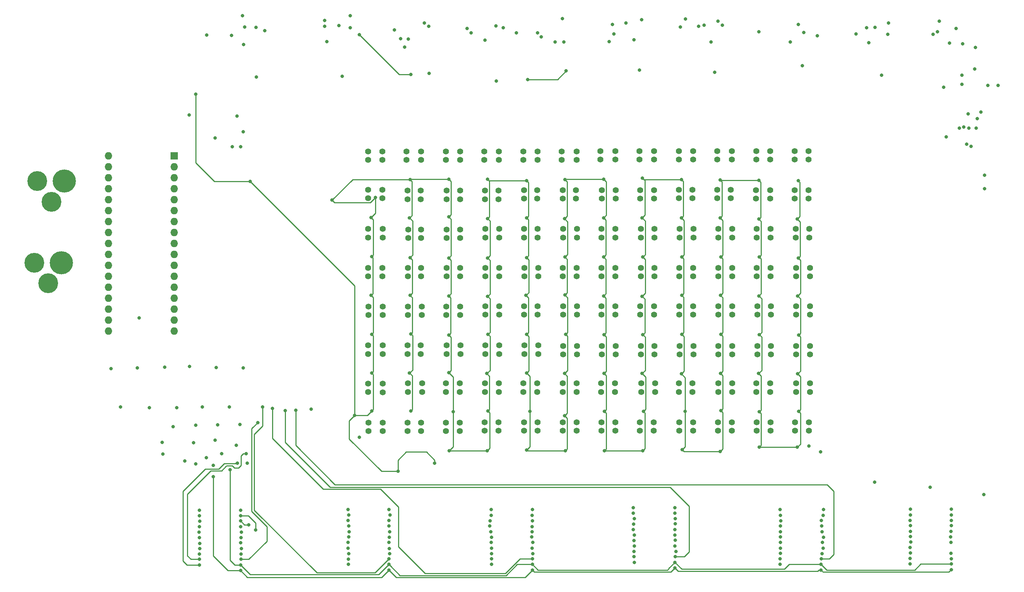
<source format=gbr>
%TF.GenerationSoftware,KiCad,Pcbnew,(5.1.6)-1*%
%TF.CreationDate,2021-11-11T13:14:54-05:00*%
%TF.ProjectId,ThermoPlate2_v1,54686572-6d6f-4506-9c61-7465325f7631,rev?*%
%TF.SameCoordinates,Original*%
%TF.FileFunction,Copper,L3,Inr*%
%TF.FilePolarity,Positive*%
%FSLAX46Y46*%
G04 Gerber Fmt 4.6, Leading zero omitted, Abs format (unit mm)*
G04 Created by KiCad (PCBNEW (5.1.6)-1) date 2021-11-11 13:14:54*
%MOMM*%
%LPD*%
G01*
G04 APERTURE LIST*
%TA.AperFunction,ViaPad*%
%ADD10C,5.360000*%
%TD*%
%TA.AperFunction,ViaPad*%
%ADD11C,4.600000*%
%TD*%
%TA.AperFunction,ViaPad*%
%ADD12C,1.400000*%
%TD*%
%TA.AperFunction,ViaPad*%
%ADD13O,1.727200X1.727200*%
%TD*%
%TA.AperFunction,ViaPad*%
%ADD14R,1.727200X1.727200*%
%TD*%
%TA.AperFunction,ViaPad*%
%ADD15C,0.800000*%
%TD*%
%TA.AperFunction,Conductor*%
%ADD16C,0.250000*%
%TD*%
G04 APERTURE END LIST*
D10*
%TO.N,+7.5V*%
%TO.C,J1*%
X38850000Y-71300000D03*
D11*
%TO.N,GND*%
X32600000Y-71300000D03*
%TO.N,Net-(J1-Pad1)*%
X35850000Y-76100000D03*
%TD*%
%TO.N,Net-(J2-Pad1)*%
%TO.C,J2*%
X35150000Y-95000000D03*
%TO.N,GND*%
X31900000Y-90200000D03*
D10*
%TO.N,+15V*%
X38150000Y-90200000D03*
%TD*%
D12*
%TO.N,+15V*%
%TO.C,RT1*%
X112605000Y-64393500D03*
%TO.N,Net-(IC3-Pad9)*%
X112605000Y-66362000D03*
%TD*%
%TO.N,+15V*%
%TO.C,RT2*%
X109305000Y-64393500D03*
%TO.N,Net-(R11-Pad1)*%
X109305000Y-66362000D03*
%TD*%
%TO.N,Net-(IC3-Pad8)*%
%TO.C,RT3*%
X112605000Y-75262000D03*
%TO.N,+15V*%
X112605000Y-73293500D03*
%TD*%
%TO.N,+15V*%
%TO.C,RT4*%
X109305000Y-73293500D03*
%TO.N,Net-(R12-Pad1)*%
X109305000Y-75262000D03*
%TD*%
%TO.N,Net-(IC3-Pad7)*%
%TO.C,RT5*%
X112705000Y-84362000D03*
%TO.N,+15V*%
X112705000Y-82393500D03*
%TD*%
%TO.N,+15V*%
%TO.C,RT6*%
X109305000Y-82393500D03*
%TO.N,Net-(R13-Pad1)*%
X109305000Y-84362000D03*
%TD*%
%TO.N,Net-(IC3-Pad6)*%
%TO.C,RT7*%
X112605000Y-93362000D03*
%TO.N,+15V*%
X112605000Y-91393500D03*
%TD*%
%TO.N,+15V*%
%TO.C,RT8*%
X109305000Y-91393500D03*
%TO.N,Net-(R14-Pad1)*%
X109305000Y-93362000D03*
%TD*%
%TO.N,Net-(IC3-Pad5)*%
%TO.C,RT9*%
X112705000Y-102362000D03*
%TO.N,+15V*%
X112705000Y-100393500D03*
%TD*%
%TO.N,Net-(R15-Pad1)*%
%TO.C,RT10*%
X109405000Y-102362000D03*
%TO.N,+15V*%
X109405000Y-100393500D03*
%TD*%
%TO.N,Net-(IC3-Pad4)*%
%TO.C,RT11*%
X112700000Y-111362000D03*
%TO.N,+15V*%
X112700000Y-109393500D03*
%TD*%
%TO.N,+15V*%
%TO.C,RT12*%
X109305000Y-109393500D03*
%TO.N,Net-(R16-Pad1)*%
X109305000Y-111362000D03*
%TD*%
%TO.N,+15V*%
%TO.C,RT13*%
X112705000Y-118293500D03*
%TO.N,Net-(IC3-Pad3)*%
X112705000Y-120262000D03*
%TD*%
%TO.N,Net-(R17-Pad1)*%
%TO.C,RT14*%
X109305000Y-120200000D03*
%TO.N,+15V*%
X109305000Y-118231500D03*
%TD*%
%TO.N,+15V*%
%TO.C,RT15*%
X112700000Y-127331500D03*
%TO.N,Net-(IC3-Pad2)*%
X112700000Y-129300000D03*
%TD*%
%TO.N,Net-(R18-Pad1)*%
%TO.C,RT16*%
X109405000Y-129262000D03*
%TO.N,+15V*%
X109405000Y-127293500D03*
%TD*%
%TO.N,Net-(IC3-Pad23)*%
%TO.C,RT17*%
X121605000Y-66362000D03*
%TO.N,+15V*%
X121605000Y-64393500D03*
%TD*%
%TO.N,Net-(R20-Pad1)*%
%TO.C,RT18*%
X118205000Y-66362000D03*
%TO.N,+15V*%
X118205000Y-64393500D03*
%TD*%
%TO.N,+15V*%
%TO.C,RT19*%
X121505000Y-73493500D03*
%TO.N,Net-(IC3-Pad22)*%
X121505000Y-75462000D03*
%TD*%
%TO.N,Net-(R21-Pad1)*%
%TO.C,RT20*%
X118405000Y-75462000D03*
%TO.N,+15V*%
X118405000Y-73493500D03*
%TD*%
%TO.N,Net-(IC3-Pad21)*%
%TO.C,RT21*%
X121605000Y-84462000D03*
%TO.N,+15V*%
X121605000Y-82493500D03*
%TD*%
%TO.N,+15V*%
%TO.C,RT22*%
X118605000Y-82493500D03*
%TO.N,Net-(R22-Pad1)*%
X118605000Y-84462000D03*
%TD*%
%TO.N,Net-(IC3-Pad20)*%
%TO.C,RT23*%
X121605000Y-93362000D03*
%TO.N,+15V*%
X121605000Y-91393500D03*
%TD*%
%TO.N,+15V*%
%TO.C,RT24*%
X118505000Y-91393500D03*
%TO.N,Net-(R23-Pad1)*%
X118505000Y-93362000D03*
%TD*%
%TO.N,Net-(IC3-Pad19)*%
%TO.C,RT25*%
X121705000Y-102362000D03*
%TO.N,+15V*%
X121705000Y-100393500D03*
%TD*%
%TO.N,+15V*%
%TO.C,RT26*%
X118505000Y-100393500D03*
%TO.N,Net-(R24-Pad1)*%
X118505000Y-102362000D03*
%TD*%
%TO.N,+15V*%
%TO.C,RT27*%
X121505000Y-109393500D03*
%TO.N,Net-(IC3-Pad18)*%
X121505000Y-111362000D03*
%TD*%
%TO.N,Net-(R25-Pad1)*%
%TO.C,RT28*%
X118405000Y-111362000D03*
%TO.N,+15V*%
X118405000Y-109393500D03*
%TD*%
%TO.N,+15V*%
%TO.C,RT29*%
X121805000Y-118193500D03*
%TO.N,Net-(IC3-Pad17)*%
X121805000Y-120162000D03*
%TD*%
%TO.N,+15V*%
%TO.C,RT30*%
X118505000Y-118193500D03*
%TO.N,Net-(R26-Pad1)*%
X118505000Y-120162000D03*
%TD*%
%TO.N,Net-(IC3-Pad16)*%
%TO.C,RT31*%
X121605000Y-129262000D03*
%TO.N,+15V*%
X121605000Y-127293500D03*
%TD*%
%TO.N,+15V*%
%TO.C,RT32*%
X118405000Y-127293500D03*
%TO.N,Net-(R27-Pad1)*%
X118405000Y-129262000D03*
%TD*%
%TO.N,Net-(IC6-Pad9)*%
%TO.C,RT33*%
X130605000Y-66362000D03*
%TO.N,+15V*%
X130605000Y-64393500D03*
%TD*%
%TO.N,+15V*%
%TO.C,RT34*%
X127305000Y-64393500D03*
%TO.N,Net-(R28-Pad1)*%
X127305000Y-66362000D03*
%TD*%
%TO.N,Net-(IC6-Pad8)*%
%TO.C,RT35*%
X130605000Y-75462000D03*
%TO.N,+15V*%
X130605000Y-73493500D03*
%TD*%
%TO.N,Net-(R29-Pad1)*%
%TO.C,RT36*%
X127505000Y-75462000D03*
%TO.N,+15V*%
X127505000Y-73493500D03*
%TD*%
%TO.N,+15V*%
%TO.C,RT37*%
X130605000Y-82493500D03*
%TO.N,Net-(IC6-Pad7)*%
X130605000Y-84462000D03*
%TD*%
%TO.N,Net-(R30-Pad1)*%
%TO.C,RT38*%
X127505000Y-84462000D03*
%TO.N,+15V*%
X127505000Y-82493500D03*
%TD*%
%TO.N,Net-(IC6-Pad6)*%
%TO.C,RT39*%
X130605000Y-93362000D03*
%TO.N,+15V*%
X130605000Y-91393500D03*
%TD*%
%TO.N,+15V*%
%TO.C,RT40*%
X127505000Y-91393500D03*
%TO.N,Net-(R31-Pad1)*%
X127505000Y-93362000D03*
%TD*%
%TO.N,+15V*%
%TO.C,RT41*%
X130605000Y-100393500D03*
%TO.N,Net-(IC6-Pad5)*%
X130605000Y-102362000D03*
%TD*%
%TO.N,Net-(R32-Pad1)*%
%TO.C,RT42*%
X127405000Y-102362000D03*
%TO.N,+15V*%
X127405000Y-100393500D03*
%TD*%
%TO.N,Net-(IC6-Pad4)*%
%TO.C,RT43*%
X130705000Y-111362000D03*
%TO.N,+15V*%
X130705000Y-109393500D03*
%TD*%
%TO.N,Net-(R33-Pad1)*%
%TO.C,RT44*%
X127505000Y-111362000D03*
%TO.N,+15V*%
X127505000Y-109393500D03*
%TD*%
%TO.N,+15V*%
%TO.C,RT45*%
X130505000Y-118193500D03*
%TO.N,Net-(IC6-Pad3)*%
X130505000Y-120162000D03*
%TD*%
%TO.N,+15V*%
%TO.C,RT46*%
X127305000Y-118193500D03*
%TO.N,Net-(R34-Pad1)*%
X127305000Y-120162000D03*
%TD*%
%TO.N,Net-(IC6-Pad2)*%
%TO.C,RT47*%
X130505000Y-129262000D03*
%TO.N,+15V*%
X130505000Y-127293500D03*
%TD*%
%TO.N,Net-(R35-Pad1)*%
%TO.C,RT48*%
X127305000Y-129262000D03*
%TO.N,+15V*%
X127305000Y-127293500D03*
%TD*%
%TO.N,+15V*%
%TO.C,RT49*%
X139605000Y-64393500D03*
%TO.N,Net-(IC6-Pad23)*%
X139605000Y-66362000D03*
%TD*%
%TO.N,+15V*%
%TO.C,RT50*%
X136205000Y-64393500D03*
%TO.N,Net-(R36-Pad1)*%
X136205000Y-66362000D03*
%TD*%
%TO.N,Net-(IC6-Pad22)*%
%TO.C,RT51*%
X139505000Y-75462000D03*
%TO.N,+15V*%
X139505000Y-73493500D03*
%TD*%
%TO.N,+15V*%
%TO.C,RT52*%
X136405000Y-73493500D03*
%TO.N,Net-(R37-Pad1)*%
X136405000Y-75462000D03*
%TD*%
%TO.N,Net-(IC6-Pad21)*%
%TO.C,RT53*%
X139705000Y-84362000D03*
%TO.N,+15V*%
X139705000Y-82393500D03*
%TD*%
%TO.N,+15V*%
%TO.C,RT54*%
X136505000Y-82393500D03*
%TO.N,Net-(R38-Pad1)*%
X136505000Y-84362000D03*
%TD*%
%TO.N,Net-(IC6-Pad20)*%
%TO.C,RT55*%
X139705000Y-93362000D03*
%TO.N,+15V*%
X139705000Y-91393500D03*
%TD*%
%TO.N,+15V*%
%TO.C,RT56*%
X136505000Y-91393500D03*
%TO.N,Net-(R39-Pad1)*%
X136505000Y-93362000D03*
%TD*%
%TO.N,+15V*%
%TO.C,RT57*%
X139705000Y-100293500D03*
%TO.N,Net-(IC6-Pad19)*%
X139705000Y-102262000D03*
%TD*%
%TO.N,Net-(R40-Pad1)*%
%TO.C,RT58*%
X136505000Y-102262000D03*
%TO.N,+15V*%
X136505000Y-100293500D03*
%TD*%
%TO.N,+15V*%
%TO.C,RT59*%
X139705000Y-109393500D03*
%TO.N,Net-(IC6-Pad18)*%
X139705000Y-111362000D03*
%TD*%
%TO.N,+15V*%
%TO.C,RT60*%
X136505000Y-109393500D03*
%TO.N,Net-(R41-Pad1)*%
X136505000Y-111362000D03*
%TD*%
%TO.N,Net-(IC6-Pad17)*%
%TO.C,RT61*%
X139605000Y-120162000D03*
%TO.N,+15V*%
X139605000Y-118193500D03*
%TD*%
%TO.N,+15V*%
%TO.C,RT62*%
X136405000Y-118193500D03*
%TO.N,Net-(R42-Pad1)*%
X136405000Y-120162000D03*
%TD*%
%TO.N,Net-(IC6-Pad16)*%
%TO.C,RT63*%
X139505000Y-129162000D03*
%TO.N,+15V*%
X139505000Y-127193500D03*
%TD*%
%TO.N,Net-(R43-Pad1)*%
%TO.C,RT64*%
X136305000Y-129162000D03*
%TO.N,+15V*%
X136305000Y-127193500D03*
%TD*%
%TO.N,Net-(IC9-Pad9)*%
%TO.C,RT65*%
X148605000Y-66362000D03*
%TO.N,+15V*%
X148605000Y-64393500D03*
%TD*%
%TO.N,+15V*%
%TO.C,RT66*%
X145305000Y-64393500D03*
%TO.N,Net-(R44-Pad1)*%
X145305000Y-66362000D03*
%TD*%
%TO.N,Net-(IC9-Pad8)*%
%TO.C,RT67*%
X148505000Y-75362000D03*
%TO.N,+15V*%
X148505000Y-73393500D03*
%TD*%
%TO.N,+15V*%
%TO.C,RT68*%
X145405000Y-73393500D03*
%TO.N,Net-(R45-Pad1)*%
X145405000Y-75362000D03*
%TD*%
%TO.N,Net-(IC9-Pad7)*%
%TO.C,RT69*%
X148605000Y-84362000D03*
%TO.N,+15V*%
X148605000Y-82393500D03*
%TD*%
%TO.N,+15V*%
%TO.C,RT70*%
X145405000Y-82393500D03*
%TO.N,Net-(R46-Pad1)*%
X145405000Y-84362000D03*
%TD*%
%TO.N,Net-(IC9-Pad6)*%
%TO.C,RT71*%
X148705000Y-93362000D03*
%TO.N,+15V*%
X148705000Y-91393500D03*
%TD*%
%TO.N,+15V*%
%TO.C,RT72*%
X145505000Y-91393500D03*
%TO.N,Net-(R47-Pad1)*%
X145505000Y-93362000D03*
%TD*%
%TO.N,+15V*%
%TO.C,RT73*%
X148605000Y-100293500D03*
%TO.N,Net-(IC9-Pad5)*%
X148605000Y-102262000D03*
%TD*%
%TO.N,+15V*%
%TO.C,RT74*%
X145405000Y-100293500D03*
%TO.N,Net-(R48-Pad1)*%
X145405000Y-102262000D03*
%TD*%
%TO.N,Net-(IC9-Pad4)*%
%TO.C,RT75*%
X148705000Y-111362000D03*
%TO.N,+15V*%
X148705000Y-109393500D03*
%TD*%
%TO.N,+15V*%
%TO.C,RT76*%
X145505000Y-109393500D03*
%TO.N,Net-(R49-Pad1)*%
X145505000Y-111362000D03*
%TD*%
%TO.N,Net-(IC9-Pad3)*%
%TO.C,RT77*%
X148505000Y-120162000D03*
%TO.N,+15V*%
X148505000Y-118193500D03*
%TD*%
%TO.N,+15V*%
%TO.C,RT78*%
X145305000Y-118193500D03*
%TO.N,Net-(R50-Pad1)*%
X145305000Y-120162000D03*
%TD*%
%TO.N,Net-(IC9-Pad2)*%
%TO.C,RT79*%
X148605000Y-129162000D03*
%TO.N,+15V*%
X148605000Y-127193500D03*
%TD*%
%TO.N,Net-(R51-Pad1)*%
%TO.C,RT80*%
X145405000Y-129162000D03*
%TO.N,+15V*%
X145405000Y-127193500D03*
%TD*%
%TO.N,Net-(IC9-Pad23)*%
%TO.C,RT81*%
X157605000Y-66362000D03*
%TO.N,+15V*%
X157605000Y-64393500D03*
%TD*%
%TO.N,Net-(R52-Pad1)*%
%TO.C,RT82*%
X154205000Y-66362000D03*
%TO.N,+15V*%
X154205000Y-64393500D03*
%TD*%
%TO.N,+15V*%
%TO.C,RT83*%
X157505000Y-73393500D03*
%TO.N,Net-(IC9-Pad22)*%
X157505000Y-75362000D03*
%TD*%
%TO.N,+15V*%
%TO.C,RT84*%
X154405000Y-73393500D03*
%TO.N,Net-(R53-Pad1)*%
X154405000Y-75362000D03*
%TD*%
%TO.N,+15V*%
%TO.C,RT85*%
X157705000Y-82393500D03*
%TO.N,Net-(IC9-Pad21)*%
X157705000Y-84362000D03*
%TD*%
%TO.N,Net-(R54-Pad1)*%
%TO.C,RT86*%
X154505000Y-84362000D03*
%TO.N,+15V*%
X154505000Y-82393500D03*
%TD*%
%TO.N,+15V*%
%TO.C,RT87*%
X157605000Y-91393500D03*
%TO.N,Net-(IC9-Pad20)*%
X157605000Y-93362000D03*
%TD*%
%TO.N,Net-(R55-Pad1)*%
%TO.C,RT88*%
X154405000Y-93362000D03*
%TO.N,+15V*%
X154405000Y-91393500D03*
%TD*%
%TO.N,+15V*%
%TO.C,RT89*%
X157705000Y-100293500D03*
%TO.N,Net-(IC9-Pad19)*%
X157705000Y-102262000D03*
%TD*%
%TO.N,+15V*%
%TO.C,RT90*%
X154505000Y-100293500D03*
%TO.N,Net-(R56-Pad1)*%
X154505000Y-102262000D03*
%TD*%
%TO.N,Net-(IC9-Pad18)*%
%TO.C,RT91*%
X157705000Y-111462000D03*
%TO.N,+15V*%
X157705000Y-109493500D03*
%TD*%
%TO.N,Net-(R57-Pad1)*%
%TO.C,RT92*%
X154505000Y-111462000D03*
%TO.N,+15V*%
X154505000Y-109493500D03*
%TD*%
%TO.N,+15V*%
%TO.C,RT93*%
X157605000Y-118193500D03*
%TO.N,Net-(IC9-Pad17)*%
X157605000Y-120162000D03*
%TD*%
%TO.N,Net-(R58-Pad1)*%
%TO.C,RT94*%
X154405000Y-120162000D03*
%TO.N,+15V*%
X154405000Y-118193500D03*
%TD*%
%TO.N,Net-(IC9-Pad16)*%
%TO.C,RT95*%
X157605000Y-129162000D03*
%TO.N,+15V*%
X157605000Y-127193500D03*
%TD*%
%TO.N,+15V*%
%TO.C,RT96*%
X154405000Y-127193500D03*
%TO.N,Net-(R59-Pad1)*%
X154405000Y-129162000D03*
%TD*%
%TO.N,+15V*%
%TO.C,RT97*%
X166605000Y-64293500D03*
%TO.N,Net-(IC12-Pad9)*%
X166605000Y-66262000D03*
%TD*%
%TO.N,Net-(R60-Pad1)*%
%TO.C,RT98*%
X163105000Y-66262000D03*
%TO.N,+15V*%
X163105000Y-64293500D03*
%TD*%
%TO.N,+15V*%
%TO.C,RT99*%
X166705000Y-73393500D03*
%TO.N,Net-(IC12-Pad8)*%
X166705000Y-75362000D03*
%TD*%
%TO.N,Net-(R61-Pad1)*%
%TO.C,RT100*%
X163505000Y-75362000D03*
%TO.N,+15V*%
X163505000Y-73393500D03*
%TD*%
%TO.N,+15V*%
%TO.C,RT101*%
X166605000Y-82393500D03*
%TO.N,Net-(IC12-Pad7)*%
X166605000Y-84362000D03*
%TD*%
%TO.N,+15V*%
%TO.C,RT102*%
X163405000Y-82393500D03*
%TO.N,Net-(R62-Pad1)*%
X163405000Y-84362000D03*
%TD*%
%TO.N,Net-(IC12-Pad6)*%
%TO.C,RT103*%
X166605000Y-93362000D03*
%TO.N,+15V*%
X166605000Y-91393500D03*
%TD*%
%TO.N,+15V*%
%TO.C,RT104*%
X163405000Y-91393500D03*
%TO.N,Net-(R63-Pad1)*%
X163405000Y-93362000D03*
%TD*%
%TO.N,Net-(IC12-Pad5)*%
%TO.C,RT105*%
X166605000Y-102262000D03*
%TO.N,+15V*%
X166605000Y-100293500D03*
%TD*%
%TO.N,+15V*%
%TO.C,RT106*%
X163405000Y-100293500D03*
%TO.N,Net-(R64-Pad1)*%
X163405000Y-102262000D03*
%TD*%
%TO.N,+15V*%
%TO.C,RT107*%
X166705000Y-109493500D03*
%TO.N,Net-(IC12-Pad4)*%
X166705000Y-111462000D03*
%TD*%
%TO.N,+15V*%
%TO.C,RT108*%
X163505000Y-109493500D03*
%TO.N,Net-(R65-Pad1)*%
X163505000Y-111462000D03*
%TD*%
%TO.N,Net-(IC12-Pad3)*%
%TO.C,RT109*%
X166505000Y-120162000D03*
%TO.N,+15V*%
X166505000Y-118193500D03*
%TD*%
%TO.N,Net-(R66-Pad1)*%
%TO.C,RT110*%
X163305000Y-120162000D03*
%TO.N,+15V*%
X163305000Y-118193500D03*
%TD*%
%TO.N,+15V*%
%TO.C,RT111*%
X166605000Y-127193500D03*
%TO.N,Net-(IC12-Pad2)*%
X166605000Y-129162000D03*
%TD*%
%TO.N,+15V*%
%TO.C,RT112*%
X163405000Y-127193500D03*
%TO.N,Net-(R67-Pad1)*%
X163405000Y-129162000D03*
%TD*%
%TO.N,+15V*%
%TO.C,RT113*%
X175605000Y-64293500D03*
%TO.N,Net-(IC12-Pad23)*%
X175605000Y-66262000D03*
%TD*%
%TO.N,Net-(R68-Pad1)*%
%TO.C,RT114*%
X172205000Y-66262000D03*
%TO.N,+15V*%
X172205000Y-64293500D03*
%TD*%
%TO.N,+15V*%
%TO.C,RT115*%
X175605000Y-73393500D03*
%TO.N,Net-(IC12-Pad22)*%
X175605000Y-75362000D03*
%TD*%
%TO.N,Net-(R69-Pad1)*%
%TO.C,RT116*%
X172405000Y-75362000D03*
%TO.N,+15V*%
X172405000Y-73393500D03*
%TD*%
%TO.N,+15V*%
%TO.C,RT117*%
X175705000Y-82393500D03*
%TO.N,Net-(IC12-Pad21)*%
X175705000Y-84362000D03*
%TD*%
%TO.N,Net-(R70-Pad1)*%
%TO.C,RT118*%
X172505000Y-84362000D03*
%TO.N,+15V*%
X172505000Y-82393500D03*
%TD*%
%TO.N,+15V*%
%TO.C,RT119*%
X175705000Y-91393500D03*
%TO.N,Net-(IC12-Pad20)*%
X175705000Y-93362000D03*
%TD*%
%TO.N,Net-(R71-Pad1)*%
%TO.C,RT120*%
X172505000Y-93362000D03*
%TO.N,+15V*%
X172505000Y-91393500D03*
%TD*%
%TO.N,Net-(IC12-Pad19)*%
%TO.C,RT121*%
X175605000Y-102262000D03*
%TO.N,+15V*%
X175605000Y-100293500D03*
%TD*%
%TO.N,+15V*%
%TO.C,RT122*%
X172405000Y-100293500D03*
%TO.N,Net-(R72-Pad1)*%
X172405000Y-102262000D03*
%TD*%
%TO.N,+15V*%
%TO.C,RT123*%
X175705000Y-109493500D03*
%TO.N,Net-(IC12-Pad18)*%
X175705000Y-111462000D03*
%TD*%
%TO.N,+15V*%
%TO.C,RT124*%
X172505000Y-109493500D03*
%TO.N,Net-(R73-Pad1)*%
X172505000Y-111462000D03*
%TD*%
%TO.N,Net-(IC12-Pad17)*%
%TO.C,RT125*%
X175805000Y-120162000D03*
%TO.N,+15V*%
X175805000Y-118193500D03*
%TD*%
%TO.N,+15V*%
%TO.C,RT126*%
X172605000Y-118193500D03*
%TO.N,Net-(R74-Pad1)*%
X172605000Y-120162000D03*
%TD*%
%TO.N,Net-(IC12-Pad16)*%
%TO.C,RT127*%
X175505000Y-129162000D03*
%TO.N,+15V*%
X175505000Y-127193500D03*
%TD*%
%TO.N,Net-(R75-Pad1)*%
%TO.C,RT128*%
X172305000Y-129162000D03*
%TO.N,+15V*%
X172305000Y-127193500D03*
%TD*%
%TO.N,+15V*%
%TO.C,RT129*%
X184605000Y-64293500D03*
%TO.N,Net-(IC15-Pad9)*%
X184605000Y-66262000D03*
%TD*%
%TO.N,+15V*%
%TO.C,RT130*%
X181305000Y-64293500D03*
%TO.N,Net-(R76-Pad1)*%
X181305000Y-66262000D03*
%TD*%
%TO.N,Net-(IC15-Pad8)*%
%TO.C,RT131*%
X184505000Y-75262000D03*
%TO.N,+15V*%
X184505000Y-73293500D03*
%TD*%
%TO.N,Net-(R77-Pad1)*%
%TO.C,RT132*%
X181305000Y-75262000D03*
%TO.N,+15V*%
X181305000Y-73293500D03*
%TD*%
%TO.N,+15V*%
%TO.C,RT133*%
X184705000Y-82393500D03*
%TO.N,Net-(IC15-Pad7)*%
X184705000Y-84362000D03*
%TD*%
%TO.N,Net-(R78-Pad1)*%
%TO.C,RT134*%
X181505000Y-84362000D03*
%TO.N,+15V*%
X181505000Y-82393500D03*
%TD*%
%TO.N,+15V*%
%TO.C,RT135*%
X184605000Y-91393500D03*
%TO.N,Net-(IC15-Pad6)*%
X184605000Y-93362000D03*
%TD*%
%TO.N,Net-(R79-Pad1)*%
%TO.C,RT136*%
X181405000Y-93368500D03*
%TO.N,+15V*%
X181405000Y-91400000D03*
%TD*%
%TO.N,Net-(IC15-Pad5)*%
%TO.C,RT137*%
X184605000Y-102262000D03*
%TO.N,+15V*%
X184605000Y-100293500D03*
%TD*%
%TO.N,Net-(R80-Pad1)*%
%TO.C,RT138*%
X181405000Y-102262000D03*
%TO.N,+15V*%
X181405000Y-100293500D03*
%TD*%
%TO.N,+15V*%
%TO.C,RT139*%
X184705000Y-109493500D03*
%TO.N,Net-(IC15-Pad4)*%
X184705000Y-111462000D03*
%TD*%
%TO.N,Net-(R81-Pad1)*%
%TO.C,RT140*%
X181505000Y-111462000D03*
%TO.N,+15V*%
X181505000Y-109493500D03*
%TD*%
%TO.N,+15V*%
%TO.C,RT141*%
X184505000Y-118193500D03*
%TO.N,Net-(IC15-Pad3)*%
X184505000Y-120162000D03*
%TD*%
%TO.N,+15V*%
%TO.C,RT142*%
X181305000Y-118193500D03*
%TO.N,Net-(R82-Pad1)*%
X181305000Y-120162000D03*
%TD*%
%TO.N,Net-(IC15-Pad2)*%
%TO.C,RT143*%
X184605000Y-129162000D03*
%TO.N,+15V*%
X184605000Y-127193500D03*
%TD*%
%TO.N,Net-(R83-Pad1)*%
%TO.C,RT144*%
X181405000Y-129162000D03*
%TO.N,+15V*%
X181405000Y-127193500D03*
%TD*%
%TO.N,+15V*%
%TO.C,RT145*%
X193605000Y-64293500D03*
%TO.N,Net-(IC15-Pad23)*%
X193605000Y-66262000D03*
%TD*%
%TO.N,+15V*%
%TO.C,RT146*%
X190205000Y-64293500D03*
%TO.N,Net-(R84-Pad1)*%
X190205000Y-66262000D03*
%TD*%
%TO.N,+15V*%
%TO.C,RT147*%
X193405000Y-73293500D03*
%TO.N,Net-(IC15-Pad22)*%
X193405000Y-75262000D03*
%TD*%
%TO.N,Net-(R85-Pad1)*%
%TO.C,RT148*%
X190205000Y-75262000D03*
%TO.N,+15V*%
X190205000Y-73293500D03*
%TD*%
%TO.N,Net-(IC15-Pad21)*%
%TO.C,RT149*%
X193705000Y-84362000D03*
%TO.N,+15V*%
X193705000Y-82393500D03*
%TD*%
%TO.N,+15V*%
%TO.C,RT150*%
X190505000Y-82393500D03*
%TO.N,Net-(R86-Pad1)*%
X190505000Y-84362000D03*
%TD*%
%TO.N,Net-(IC15-Pad20)*%
%TO.C,RT151*%
X193705000Y-93362000D03*
%TO.N,+15V*%
X193705000Y-91393500D03*
%TD*%
%TO.N,+15V*%
%TO.C,RT152*%
X190505000Y-91393500D03*
%TO.N,Net-(R87-Pad1)*%
X190505000Y-93362000D03*
%TD*%
%TO.N,+15V*%
%TO.C,RT153*%
X193705000Y-100293500D03*
%TO.N,Net-(IC15-Pad19)*%
X193705000Y-102262000D03*
%TD*%
%TO.N,Net-(R88-Pad1)*%
%TO.C,RT154*%
X190505000Y-102262000D03*
%TO.N,+15V*%
X190505000Y-100293500D03*
%TD*%
%TO.N,+15V*%
%TO.C,RT155*%
X193705000Y-109493500D03*
%TO.N,Net-(IC15-Pad18)*%
X193705000Y-111462000D03*
%TD*%
%TO.N,+15V*%
%TO.C,RT156*%
X190505000Y-109493500D03*
%TO.N,Net-(R89-Pad1)*%
X190505000Y-111462000D03*
%TD*%
%TO.N,Net-(IC15-Pad17)*%
%TO.C,RT157*%
X193705000Y-120162000D03*
%TO.N,+15V*%
X193705000Y-118193500D03*
%TD*%
%TO.N,+15V*%
%TO.C,RT158*%
X190505000Y-118193500D03*
%TO.N,Net-(R90-Pad1)*%
X190505000Y-120162000D03*
%TD*%
%TO.N,Net-(IC15-Pad16)*%
%TO.C,RT159*%
X193605000Y-129162000D03*
%TO.N,+15V*%
X193605000Y-127193500D03*
%TD*%
%TO.N,Net-(R91-Pad1)*%
%TO.C,RT160*%
X190405000Y-129162000D03*
%TO.N,+15V*%
X190405000Y-127193500D03*
%TD*%
%TO.N,Net-(IC18-Pad9)*%
%TO.C,RT161*%
X202505000Y-66262000D03*
%TO.N,+15V*%
X202505000Y-64293500D03*
%TD*%
%TO.N,+15V*%
%TO.C,RT162*%
X199305000Y-64293500D03*
%TO.N,Net-(R92-Pad1)*%
X199305000Y-66262000D03*
%TD*%
%TO.N,Net-(IC18-Pad8)*%
%TO.C,RT163*%
X202505000Y-75362000D03*
%TO.N,+15V*%
X202505000Y-73393500D03*
%TD*%
%TO.N,Net-(R93-Pad1)*%
%TO.C,RT164*%
X199205000Y-75362000D03*
%TO.N,+15V*%
X199205000Y-73393500D03*
%TD*%
%TO.N,Net-(IC18-Pad7)*%
%TO.C,RT165*%
X202605000Y-84362000D03*
%TO.N,+15V*%
X202605000Y-82393500D03*
%TD*%
%TO.N,+15V*%
%TO.C,RT166*%
X199405000Y-82393500D03*
%TO.N,Net-(R94-Pad1)*%
X199405000Y-84362000D03*
%TD*%
%TO.N,Net-(IC18-Pad6)*%
%TO.C,RT167*%
X202605000Y-93362000D03*
%TO.N,+15V*%
X202605000Y-91393500D03*
%TD*%
%TO.N,+15V*%
%TO.C,RT168*%
X199405000Y-91393500D03*
%TO.N,Net-(R95-Pad1)*%
X199405000Y-93362000D03*
%TD*%
%TO.N,+15V*%
%TO.C,RT169*%
X202705000Y-100293500D03*
%TO.N,Net-(IC18-Pad5)*%
X202705000Y-102262000D03*
%TD*%
%TO.N,+15V*%
%TO.C,RT170*%
X199505000Y-100293500D03*
%TO.N,Net-(R96-Pad1)*%
X199505000Y-102262000D03*
%TD*%
%TO.N,Net-(IC18-Pad4)*%
%TO.C,RT171*%
X202705000Y-111462000D03*
%TO.N,+15V*%
X202705000Y-109493500D03*
%TD*%
%TO.N,Net-(R97-Pad1)*%
%TO.C,RT172*%
X199505000Y-111462000D03*
%TO.N,+15V*%
X199505000Y-109493500D03*
%TD*%
%TO.N,+15V*%
%TO.C,RT173*%
X202505000Y-118193500D03*
%TO.N,Net-(IC18-Pad3)*%
X202505000Y-120162000D03*
%TD*%
%TO.N,Net-(R98-Pad1)*%
%TO.C,RT174*%
X199305000Y-120162000D03*
%TO.N,+15V*%
X199305000Y-118193500D03*
%TD*%
%TO.N,Net-(IC18-Pad2)*%
%TO.C,RT175*%
X202605000Y-129162000D03*
%TO.N,+15V*%
X202605000Y-127193500D03*
%TD*%
%TO.N,+15V*%
%TO.C,RT176*%
X199405000Y-127193500D03*
%TO.N,Net-(R99-Pad1)*%
X199405000Y-129162000D03*
%TD*%
%TO.N,Net-(IC18-Pad23)*%
%TO.C,RT177*%
X211405000Y-66262000D03*
%TO.N,+15V*%
X211405000Y-64293500D03*
%TD*%
%TO.N,Net-(R100-Pad1)*%
%TO.C,RT178*%
X208205000Y-66262000D03*
%TO.N,+15V*%
X208205000Y-64293500D03*
%TD*%
%TO.N,+15V*%
%TO.C,RT179*%
X211405000Y-73393500D03*
%TO.N,Net-(IC18-Pad22)*%
X211405000Y-75362000D03*
%TD*%
%TO.N,+15V*%
%TO.C,RT180*%
X208205000Y-73393500D03*
%TO.N,Net-(R101-Pad1)*%
X208205000Y-75362000D03*
%TD*%
%TO.N,Net-(IC18-Pad21)*%
%TO.C,RT181*%
X211605000Y-84362000D03*
%TO.N,+15V*%
X211605000Y-82393500D03*
%TD*%
%TO.N,+15V*%
%TO.C,RT182*%
X208405000Y-82393500D03*
%TO.N,Net-(R102-Pad1)*%
X208405000Y-84362000D03*
%TD*%
%TO.N,Net-(IC18-Pad20)*%
%TO.C,RT183*%
X211705000Y-93362000D03*
%TO.N,+15V*%
X211705000Y-91393500D03*
%TD*%
%TO.N,+15V*%
%TO.C,RT184*%
X208505000Y-91393500D03*
%TO.N,Net-(R103-Pad1)*%
X208505000Y-93362000D03*
%TD*%
%TO.N,+15V*%
%TO.C,RT185*%
X211705000Y-100293500D03*
%TO.N,Net-(IC18-Pad19)*%
X211705000Y-102262000D03*
%TD*%
%TO.N,Net-(R104-Pad1)*%
%TO.C,RT186*%
X208505000Y-102262000D03*
%TO.N,+15V*%
X208505000Y-100293500D03*
%TD*%
%TO.N,Net-(IC18-Pad18)*%
%TO.C,RT187*%
X211705000Y-111462000D03*
%TO.N,+15V*%
X211705000Y-109493500D03*
%TD*%
%TO.N,+15V*%
%TO.C,RT188*%
X208505000Y-109493500D03*
%TO.N,Net-(R105-Pad1)*%
X208505000Y-111462000D03*
%TD*%
%TO.N,Net-(IC18-Pad17)*%
%TO.C,RT189*%
X211705000Y-120162000D03*
%TO.N,+15V*%
X211705000Y-118193500D03*
%TD*%
%TO.N,+15V*%
%TO.C,RT190*%
X208505000Y-118193500D03*
%TO.N,Net-(R106-Pad1)*%
X208505000Y-120162000D03*
%TD*%
%TO.N,+15V*%
%TO.C,RT191*%
X211505000Y-127193500D03*
%TO.N,Net-(IC18-Pad16)*%
X211505000Y-129162000D03*
%TD*%
%TO.N,Net-(R107-Pad1)*%
%TO.C,RT192*%
X208305000Y-129162000D03*
%TO.N,+15V*%
X208305000Y-127193500D03*
%TD*%
D13*
%TO.N,*%
%TO.C,XA1*%
X49080000Y-83220000D03*
%TO.N,Net-(XA1-PadRST2)*%
X64320000Y-75600000D03*
D14*
%TO.N,Net-(XA1-PadMOSI)*%
X64320000Y-65440000D03*
D13*
%TO.N,Net-(XA1-PadSCK)*%
X49080000Y-65440000D03*
%TO.N,Net-(R108-Pad2)*%
X49080000Y-98460000D03*
%TO.N,+7.5V*%
X49080000Y-70520000D03*
%TO.N,Net-(XA1-PadGND2)*%
X64320000Y-78140000D03*
%TO.N,GND*%
X49080000Y-73060000D03*
%TO.N,Net-(XA1-Pad5V)*%
X49080000Y-78140000D03*
%TO.N,Net-(XA1-Pad3V3)*%
X49080000Y-103540000D03*
%TO.N,Net-(XA1-PadRST1)*%
X49080000Y-75600000D03*
%TO.N,Net-(XA1-PadSS)*%
X64320000Y-67980000D03*
%TO.N,Net-(XA1-PadD0)*%
X64320000Y-73060000D03*
%TO.N,Net-(XA1-PadD1)*%
X64320000Y-70520000D03*
%TO.N,Net-(XA1-PadD2)*%
X64320000Y-80680000D03*
%TO.N,Net-(XA1-PadD3)*%
X64320000Y-83220000D03*
%TO.N,Net-(IC2-Pad14)*%
X64320000Y-85760000D03*
%TO.N,Net-(IC10-Pad12)*%
X64320000Y-88300000D03*
%TO.N,Net-(IC10-Pad11)*%
X64320000Y-90840000D03*
%TO.N,Net-(Q6-Pad1)*%
X64320000Y-93380000D03*
%TO.N,Net-(Q5-Pad1)*%
X64320000Y-95920000D03*
%TO.N,Net-(Q4-Pad1)*%
X64320000Y-98460000D03*
%TO.N,Net-(Q3-Pad1)*%
X64320000Y-101000000D03*
%TO.N,Net-(XA1-PadAREF)*%
X49080000Y-101000000D03*
%TO.N,Net-(Q19-Pad1)*%
X49080000Y-106080000D03*
%TO.N,Net-(Q1-Pad1)*%
X64320000Y-106080000D03*
%TO.N,Net-(Q2-Pad1)*%
X64320000Y-103540000D03*
%TO.N,*%
X49080000Y-80680000D03*
%TO.N,Net-(Q10-Pad1)*%
X49080000Y-95920000D03*
%TO.N,Net-(Q9-Pad1)*%
X49080000Y-93380000D03*
%TO.N,Net-(Q8-Pad1)*%
X49080000Y-90840000D03*
%TO.N,Net-(Q7-Pad1)*%
X49080000Y-88300000D03*
%TO.N,Net-(XA1-PadA5)*%
X49080000Y-85760000D03*
%TO.N,Net-(XA1-PadMISO)*%
X49080000Y-67980000D03*
%TD*%
D15*
%TO.N,+5V*%
X67800000Y-55900000D03*
X73800000Y-61300000D03*
X77600000Y-37500000D03*
X241700000Y-34200000D03*
X222400000Y-37100000D03*
X133150000Y-36850000D03*
X149400000Y-37800000D03*
X99200000Y-34000000D03*
X165900000Y-34900000D03*
X182900000Y-33700000D03*
X209050000Y-34950000D03*
X251400000Y-55300000D03*
X250250000Y-58950000D03*
X83300000Y-35600000D03*
X102500000Y-35200000D03*
X122300000Y-34600000D03*
X138900000Y-35300000D03*
X154325000Y-33575000D03*
X172700000Y-33800000D03*
X190400000Y-34200000D03*
X199900000Y-36600000D03*
X229900000Y-34600000D03*
X247100000Y-39400000D03*
X241300000Y-36600000D03*
X248100000Y-62700000D03*
X243350000Y-61050000D03*
X80300000Y-59800000D03*
X116820169Y-38254481D03*
X71900000Y-37373200D03*
%TO.N,GND*%
X182800000Y-124700000D03*
X146800000Y-124700000D03*
X129000000Y-124800000D03*
X252200000Y-69900000D03*
X252200000Y-73000000D03*
X255300000Y-49100000D03*
X253000000Y-49100000D03*
X247000000Y-48800000D03*
X247000000Y-46700000D03*
X242700000Y-49500000D03*
X155200000Y-45700000D03*
X107300000Y-37300000D03*
X105100000Y-32900000D03*
X103300000Y-47000000D03*
X83400000Y-47100000D03*
X139000000Y-48100000D03*
X146300000Y-47700000D03*
X81950000Y-71350000D03*
X172200000Y-45500000D03*
X189600000Y-46000000D03*
X210000000Y-44500000D03*
X228300000Y-46700000D03*
X61700000Y-134600000D03*
X61500000Y-131900000D03*
X66800000Y-136200000D03*
X69300000Y-136900000D03*
X71800000Y-135400000D03*
X73400000Y-137200000D03*
X75300000Y-134500000D03*
X78700000Y-132600000D03*
X81300000Y-136700000D03*
X107300000Y-130700000D03*
X123400000Y-46300000D03*
X119200000Y-46500000D03*
X111000000Y-75100000D03*
X110000000Y-79700000D03*
X110100000Y-88800000D03*
X110000000Y-97800000D03*
X110100000Y-106800000D03*
X110100000Y-115800000D03*
X110100000Y-124600000D03*
X106200000Y-125600000D03*
X100900000Y-75700000D03*
X119000000Y-70900000D03*
X118900000Y-79800000D03*
X119000000Y-89000000D03*
X119000000Y-97800000D03*
X119200000Y-106700000D03*
X118900000Y-115800000D03*
X119200000Y-124600000D03*
X116200000Y-138600000D03*
X69300000Y-51100000D03*
X124700000Y-136700000D03*
X128100000Y-133800000D03*
X128000000Y-115700000D03*
X128000000Y-107000000D03*
X128000000Y-97900000D03*
X128000000Y-89100000D03*
X128000000Y-79600000D03*
X128000000Y-70800000D03*
X137000000Y-70800000D03*
X137000000Y-80000000D03*
X137000000Y-89100000D03*
X137000000Y-98000000D03*
X137100000Y-106800000D03*
X136800000Y-115900000D03*
X136900000Y-133800000D03*
X146000000Y-133700000D03*
X146000000Y-115800000D03*
X146000000Y-106800000D03*
X145900000Y-97800000D03*
X146000000Y-89000000D03*
X146000000Y-79800000D03*
X146000000Y-71200000D03*
X163900000Y-70800000D03*
X163900000Y-79800000D03*
X163900000Y-88900000D03*
X163900000Y-97900000D03*
X164000000Y-106900000D03*
X164000000Y-115900000D03*
X164100000Y-124700000D03*
X164100000Y-133800000D03*
X173000000Y-133800000D03*
X173100000Y-124700000D03*
X172800000Y-115900000D03*
X173000000Y-106900000D03*
X172800000Y-98000000D03*
X173000000Y-88900000D03*
X172800000Y-79800000D03*
X172900000Y-70600000D03*
X181900000Y-70900000D03*
X181900000Y-79800000D03*
X182000000Y-88900000D03*
X182000000Y-97800000D03*
X182000000Y-106800000D03*
X181900000Y-116000000D03*
X182100000Y-133600000D03*
X190900000Y-134000000D03*
X191100000Y-124500000D03*
X191000000Y-115900000D03*
X191100000Y-106800000D03*
X191000000Y-97800000D03*
X191100000Y-88900000D03*
X190900000Y-79800000D03*
X190900000Y-71000000D03*
X199900000Y-71100000D03*
X199900000Y-80100000D03*
X200000000Y-88900000D03*
X199900000Y-97900000D03*
X200000000Y-106900000D03*
X199800000Y-115900000D03*
X200000000Y-124800000D03*
X200000000Y-133000000D03*
X208800000Y-133000000D03*
X209100000Y-124700000D03*
X208900000Y-116000000D03*
X209100000Y-107000000D03*
X208900000Y-97900000D03*
X209000000Y-89100000D03*
X208800000Y-80100000D03*
X209000000Y-71200000D03*
X154900000Y-70900000D03*
X154800000Y-80000000D03*
X154900000Y-88900000D03*
X154900000Y-97700000D03*
X155100000Y-106800000D03*
X154800000Y-115900000D03*
X154800000Y-125700000D03*
X155000000Y-133800000D03*
X137100000Y-124600000D03*
%TO.N,Net-(IC10-Pad13)*%
X80200000Y-32900000D03*
X80700000Y-35500000D03*
X99687500Y-38887500D03*
X143700000Y-36900000D03*
X136400000Y-38600000D03*
X191400000Y-35100000D03*
X187200000Y-35100000D03*
X169100000Y-34600000D03*
X148600000Y-36900000D03*
X225400000Y-39200000D03*
X246400000Y-59000000D03*
X244063947Y-39259950D03*
X117741474Y-40172233D03*
X118600000Y-38300000D03*
%TO.N,Net-(IC10-Pad12)*%
X78900000Y-56200000D03*
X80400000Y-39600000D03*
X249900000Y-45300000D03*
X247400000Y-58700000D03*
X77800000Y-63300000D03*
X166300000Y-37100000D03*
X154700000Y-39000000D03*
%TO.N,Net-(IC10-Pad11)*%
X170900000Y-38500000D03*
X188800000Y-39000000D03*
X207200000Y-39000000D03*
X226800000Y-35600000D03*
X245600000Y-35900000D03*
X248400000Y-55700000D03*
X250550000Y-56750000D03*
X248600000Y-59000000D03*
X224884201Y-35676513D03*
X79737500Y-63262500D03*
X165200000Y-38900000D03*
%TO.N,Net-(IC12-Pad1)*%
X235000000Y-147400000D03*
X204800000Y-147500000D03*
X170800000Y-147000000D03*
X137800000Y-147500000D03*
X104600000Y-147500000D03*
X70200000Y-147600000D03*
%TO.N,Net-(IC3-Pad2)*%
X70200000Y-148900000D03*
%TO.N,Net-(IC3-Pad3)*%
X70300000Y-150200000D03*
%TO.N,Net-(IC3-Pad4)*%
X70200000Y-151400000D03*
%TO.N,Net-(IC3-Pad5)*%
X70100000Y-152700000D03*
%TO.N,Net-(IC3-Pad6)*%
X70200000Y-154000000D03*
%TO.N,Net-(IC3-Pad7)*%
X70300000Y-155300000D03*
%TO.N,Net-(IC3-Pad8)*%
X70300000Y-156500000D03*
%TO.N,Net-(IC3-Pad9)*%
X70200000Y-157800000D03*
%TO.N,Net-(IC12-Pad10)*%
X234900000Y-158800000D03*
X204800000Y-158900000D03*
X170900000Y-158400000D03*
X137900000Y-158900000D03*
X104700000Y-159000000D03*
X70200000Y-159000000D03*
X81000000Y-134500000D03*
%TO.N,Net-(IC12-Pad11)*%
X234900000Y-160100000D03*
X204800000Y-160200000D03*
X171000000Y-159700000D03*
X137900000Y-160200000D03*
X104700000Y-160200000D03*
X70200000Y-160300000D03*
X78950000Y-136750000D03*
%TO.N,Net-(IC12-Pad13)*%
X244500000Y-161400000D03*
X180400000Y-161000000D03*
X147400000Y-161500000D03*
X114100000Y-161500000D03*
X79700000Y-161600000D03*
X68800000Y-132000000D03*
X214300000Y-161500000D03*
X73400000Y-139800000D03*
%TO.N,Net-(IC12-Pad14)*%
X244500000Y-160100000D03*
X214300000Y-160200000D03*
X180400000Y-159700000D03*
X147400000Y-160200000D03*
X114100000Y-160200000D03*
X79700000Y-160300000D03*
X73800000Y-131400000D03*
X77300000Y-138200000D03*
%TO.N,Net-(IC3-Pad15)*%
X79800000Y-159000000D03*
X83700000Y-127300000D03*
%TO.N,Net-(IC3-Pad16)*%
X79800000Y-157800000D03*
%TO.N,Net-(IC3-Pad17)*%
X79900000Y-156500000D03*
%TO.N,Net-(IC3-Pad18)*%
X79700000Y-155200000D03*
%TO.N,Net-(IC3-Pad19)*%
X79800000Y-154000000D03*
%TO.N,Net-(IC3-Pad20)*%
X79900000Y-152700000D03*
%TO.N,Net-(IC3-Pad21)*%
X79700000Y-151400000D03*
%TO.N,Net-(IC3-Pad22)*%
X79700000Y-150100000D03*
X81600000Y-151000000D03*
%TO.N,Net-(IC3-Pad23)*%
X79700000Y-148900000D03*
X83200000Y-152200000D03*
%TO.N,+15V*%
X244500000Y-147400000D03*
X180400000Y-147000000D03*
X147400000Y-147500000D03*
X114100000Y-147500000D03*
X79700000Y-147600000D03*
X80300000Y-114600000D03*
X74100000Y-114500000D03*
X67900000Y-114300000D03*
X62100000Y-114400000D03*
X55800000Y-114600000D03*
X49700000Y-114800000D03*
X64100000Y-128200000D03*
X69300000Y-127900000D03*
X74400000Y-127800000D03*
X79600000Y-127700000D03*
X214900000Y-147500000D03*
X252000000Y-144000000D03*
%TO.N,Net-(IC4-Pad9)*%
X85350000Y-36350000D03*
X99175160Y-35350160D03*
%TO.N,Net-(IC5-Pad9)*%
X105100000Y-35700000D03*
X115400000Y-36200000D03*
%TO.N,Net-(IC6-Pad23)*%
X114400000Y-148700000D03*
%TO.N,Net-(IC6-Pad22)*%
X114100000Y-150000000D03*
%TO.N,Net-(IC6-Pad21)*%
X114100000Y-151300000D03*
%TO.N,Net-(IC6-Pad20)*%
X114300000Y-152600000D03*
%TO.N,Net-(IC6-Pad19)*%
X114200000Y-153900000D03*
%TO.N,Net-(IC6-Pad18)*%
X114100000Y-155100000D03*
%TO.N,Net-(IC6-Pad17)*%
X114200000Y-156500000D03*
%TO.N,Net-(IC6-Pad16)*%
X114300000Y-157700000D03*
%TO.N,Net-(IC6-Pad15)*%
X114100000Y-158900000D03*
X84800000Y-123700000D03*
X77100000Y-123700000D03*
%TO.N,Net-(IC6-Pad9)*%
X104800000Y-157700000D03*
%TO.N,Net-(IC6-Pad8)*%
X104600000Y-156400000D03*
%TO.N,Net-(IC6-Pad7)*%
X104600000Y-155100000D03*
%TO.N,Net-(IC6-Pad6)*%
X104800000Y-153800000D03*
%TO.N,Net-(IC6-Pad5)*%
X104900000Y-152600000D03*
%TO.N,Net-(IC6-Pad4)*%
X104800000Y-151300000D03*
%TO.N,Net-(IC6-Pad3)*%
X104600000Y-150000000D03*
%TO.N,Net-(IC6-Pad2)*%
X104800000Y-148700000D03*
%TO.N,Net-(IC7-Pad9)*%
X123350000Y-35350000D03*
X132200000Y-35900000D03*
%TO.N,Net-(IC10-Pad14)*%
X140600000Y-35700000D03*
X152680726Y-39006046D03*
%TO.N,Net-(IC9-Pad23)*%
X147300000Y-148800000D03*
%TO.N,Net-(IC9-Pad22)*%
X147400000Y-150100000D03*
%TO.N,Net-(IC9-Pad21)*%
X147300000Y-151400000D03*
%TO.N,Net-(IC9-Pad20)*%
X147300000Y-152600000D03*
%TO.N,Net-(IC9-Pad19)*%
X147200000Y-153800000D03*
%TO.N,Net-(IC9-Pad18)*%
X147500000Y-155100000D03*
%TO.N,Net-(IC9-Pad17)*%
X147300000Y-156400000D03*
%TO.N,Net-(IC9-Pad16)*%
X147500000Y-157700000D03*
%TO.N,Net-(IC9-Pad15)*%
X147400000Y-158900000D03*
X87100000Y-124000000D03*
X70850000Y-123650000D03*
%TO.N,Net-(IC9-Pad9)*%
X137900000Y-157700000D03*
%TO.N,Net-(IC9-Pad8)*%
X137900000Y-156400000D03*
%TO.N,Net-(IC9-Pad7)*%
X137800000Y-155100000D03*
%TO.N,Net-(IC9-Pad6)*%
X137900000Y-153900000D03*
%TO.N,Net-(IC9-Pad5)*%
X137700000Y-152600000D03*
%TO.N,Net-(IC9-Pad4)*%
X137500000Y-151300000D03*
%TO.N,Net-(IC9-Pad3)*%
X137600000Y-150100000D03*
%TO.N,Net-(IC9-Pad2)*%
X137800000Y-148800000D03*
%TO.N,Net-(IC11-Pad9)*%
X181700000Y-35500000D03*
X185912500Y-35387500D03*
%TO.N,Net-(IC12-Pad2)*%
X170800000Y-148300000D03*
%TO.N,Net-(IC12-Pad3)*%
X171000000Y-149600000D03*
%TO.N,Net-(IC12-Pad4)*%
X170850000Y-150850000D03*
%TO.N,Net-(IC12-Pad5)*%
X170800000Y-152100000D03*
%TO.N,Net-(IC12-Pad6)*%
X171000000Y-153400000D03*
%TO.N,Net-(IC12-Pad7)*%
X170900000Y-154700000D03*
%TO.N,Net-(IC12-Pad8)*%
X171050000Y-155950000D03*
%TO.N,Net-(IC12-Pad9)*%
X170900000Y-157200000D03*
%TO.N,Net-(IC12-Pad15)*%
X180500000Y-158400000D03*
X90100000Y-124500000D03*
X64900000Y-123800000D03*
%TO.N,Net-(IC12-Pad16)*%
X180700000Y-157200000D03*
%TO.N,Net-(IC12-Pad17)*%
X180400000Y-155900000D03*
%TO.N,Net-(IC12-Pad18)*%
X180500000Y-154600000D03*
%TO.N,Net-(IC12-Pad19)*%
X180400000Y-153400000D03*
%TO.N,Net-(IC12-Pad20)*%
X180400000Y-152100000D03*
%TO.N,Net-(IC12-Pad21)*%
X180500000Y-150800000D03*
%TO.N,Net-(IC12-Pad22)*%
X180500000Y-149600000D03*
%TO.N,Net-(IC12-Pad23)*%
X180400000Y-148300000D03*
%TO.N,Net-(IC14-Pad9)*%
X213400000Y-37600000D03*
X210300000Y-36800000D03*
%TO.N,Net-(IC15-Pad2)*%
X204900000Y-148800000D03*
%TO.N,Net-(IC15-Pad3)*%
X205000000Y-150100000D03*
%TO.N,Net-(IC15-Pad4)*%
X204900000Y-151300000D03*
%TO.N,Net-(IC15-Pad5)*%
X204900000Y-152600000D03*
%TO.N,Net-(IC15-Pad6)*%
X204900000Y-153800000D03*
%TO.N,Net-(IC15-Pad7)*%
X204900000Y-155100000D03*
%TO.N,Net-(IC15-Pad8)*%
X204900000Y-156400000D03*
%TO.N,Net-(IC15-Pad9)*%
X204900000Y-157600000D03*
%TO.N,Net-(IC15-Pad15)*%
X214400000Y-158900000D03*
X92500000Y-124400000D03*
X58600000Y-123800000D03*
%TO.N,Net-(IC15-Pad16)*%
X214500000Y-157700000D03*
%TO.N,Net-(IC15-Pad17)*%
X214800000Y-156400000D03*
%TO.N,Net-(IC15-Pad18)*%
X214600000Y-155100000D03*
%TO.N,Net-(IC15-Pad19)*%
X214900000Y-153900000D03*
%TO.N,Net-(IC15-Pad20)*%
X214500000Y-152600000D03*
%TO.N,Net-(IC15-Pad21)*%
X214450000Y-151250000D03*
%TO.N,Net-(IC15-Pad22)*%
X214400000Y-150000000D03*
%TO.N,Net-(IC15-Pad23)*%
X214800000Y-148800000D03*
%TO.N,Net-(IC16-Pad9)*%
X240264998Y-37200000D03*
X229800000Y-37200000D03*
%TO.N,Net-(IC17-Pad9)*%
X250050000Y-40250000D03*
X249100000Y-63200000D03*
%TO.N,Net-(IC18-Pad23)*%
X244500000Y-148700000D03*
%TO.N,Net-(IC18-Pad22)*%
X244500000Y-150000000D03*
%TO.N,Net-(IC18-Pad21)*%
X244500000Y-151200000D03*
%TO.N,Net-(IC18-Pad20)*%
X244400000Y-152500000D03*
%TO.N,Net-(IC18-Pad19)*%
X244300000Y-153800000D03*
%TO.N,Net-(IC18-Pad18)*%
X244400000Y-155100000D03*
%TO.N,Net-(IC18-Pad17)*%
X239600000Y-142300000D03*
%TO.N,Net-(IC18-Pad16)*%
X214200000Y-134100000D03*
X211500000Y-132700000D03*
X244400000Y-157600000D03*
%TO.N,Net-(IC18-Pad15)*%
X226700000Y-141100000D03*
X96050000Y-124150000D03*
X51900000Y-123700000D03*
X244500000Y-158900000D03*
%TO.N,Net-(IC18-Pad9)*%
X235000000Y-157500000D03*
%TO.N,Net-(IC18-Pad8)*%
X234900000Y-156300000D03*
%TO.N,Net-(IC18-Pad7)*%
X235100000Y-155000000D03*
%TO.N,Net-(IC18-Pad6)*%
X235000000Y-153700000D03*
%TO.N,Net-(IC18-Pad5)*%
X235000000Y-152500000D03*
%TO.N,Net-(IC18-Pad4)*%
X235000000Y-151200000D03*
%TO.N,Net-(IC18-Pad3)*%
X234900000Y-150000000D03*
%TO.N,Net-(IC18-Pad2)*%
X235000000Y-148700000D03*
%TO.N,Net-(Q19-Pad1)*%
X56200000Y-103000000D03*
%TD*%
D16*
%TO.N,GND*%
X111000000Y-78700000D02*
X110000000Y-79700000D01*
X111000000Y-75100000D02*
X111000000Y-78700000D01*
X109100000Y-125600000D02*
X110100000Y-124600000D01*
X106200000Y-125600000D02*
X109100000Y-125600000D01*
X110499999Y-116199999D02*
X110100000Y-115800000D01*
X110499999Y-124200001D02*
X110499999Y-116199999D01*
X110100000Y-124600000D02*
X110499999Y-124200001D01*
X110499999Y-107199999D02*
X110100000Y-106800000D01*
X110499999Y-115400001D02*
X110499999Y-107199999D01*
X110100000Y-115800000D02*
X110499999Y-115400001D01*
X110499999Y-106400001D02*
X110499999Y-98299999D01*
X110499999Y-98299999D02*
X110000000Y-97800000D01*
X110100000Y-106800000D02*
X110499999Y-106400001D01*
X110399999Y-89099999D02*
X110100000Y-88800000D01*
X110399999Y-97400001D02*
X110399999Y-89099999D01*
X110000000Y-97800000D02*
X110399999Y-97400001D01*
X110499999Y-80199999D02*
X110000000Y-79700000D01*
X110499999Y-88400001D02*
X110499999Y-80199999D01*
X110100000Y-88800000D02*
X110499999Y-88400001D01*
X109812999Y-76287001D02*
X101487001Y-76287001D01*
X111000000Y-75100000D02*
X109812999Y-76287001D01*
X101487001Y-76287001D02*
X100900000Y-75700000D01*
X100900000Y-75700000D02*
X100900000Y-75700000D01*
X116200000Y-138600000D02*
X112400000Y-138600000D01*
X112400000Y-138600000D02*
X104900000Y-131100000D01*
X104900000Y-126900000D02*
X106200000Y-125600000D01*
X104900000Y-131100000D02*
X104900000Y-126900000D01*
X106200000Y-95600000D02*
X81950000Y-71350000D01*
X106200000Y-125600000D02*
X106200000Y-95600000D01*
X81950000Y-71350000D02*
X73650000Y-71350000D01*
X73650000Y-71350000D02*
X69300000Y-67000000D01*
X69300000Y-67000000D02*
X69300000Y-51100000D01*
X105700000Y-70900000D02*
X100900000Y-75700000D01*
X119000000Y-70900000D02*
X105700000Y-70900000D01*
X119430001Y-79269999D02*
X118900000Y-79800000D01*
X119430001Y-71330001D02*
X119430001Y-79269999D01*
X119000000Y-70900000D02*
X119430001Y-71330001D01*
X119630001Y-88369999D02*
X119000000Y-89000000D01*
X119630001Y-80530001D02*
X119630001Y-88369999D01*
X118900000Y-79800000D02*
X119630001Y-80530001D01*
X119530001Y-97269999D02*
X119000000Y-97800000D01*
X119530001Y-89530001D02*
X119530001Y-97269999D01*
X119000000Y-89000000D02*
X119530001Y-89530001D01*
X119530001Y-106369999D02*
X119200000Y-106700000D01*
X119530001Y-98330001D02*
X119530001Y-106369999D01*
X119000000Y-97800000D02*
X119530001Y-98330001D01*
X119599999Y-115100001D02*
X118900000Y-115800000D01*
X119599999Y-107099999D02*
X119599999Y-115100001D01*
X119200000Y-106700000D02*
X119599999Y-107099999D01*
X119530001Y-124269999D02*
X119200000Y-124600000D01*
X119530001Y-116430001D02*
X119530001Y-124269999D01*
X118900000Y-115800000D02*
X119530001Y-116430001D01*
X124700000Y-136700000D02*
X124700000Y-136000000D01*
X124700000Y-136000000D02*
X122800000Y-134100000D01*
X116200000Y-138600000D02*
X116200000Y-136000000D01*
X118100000Y-134100000D02*
X120200000Y-134100000D01*
X116200000Y-136000000D02*
X118100000Y-134100000D01*
X122800000Y-134100000D02*
X120200000Y-134100000D01*
X120200000Y-134100000D02*
X120092624Y-134100000D01*
X209399999Y-79500001D02*
X208800000Y-80100000D01*
X209399999Y-71599999D02*
X209399999Y-79500001D01*
X209000000Y-71200000D02*
X209399999Y-71599999D01*
X209430001Y-88669999D02*
X209000000Y-89100000D01*
X209430001Y-80730001D02*
X209430001Y-88669999D01*
X208800000Y-80100000D02*
X209430001Y-80730001D01*
X209530001Y-89630001D02*
X209530001Y-97269999D01*
X209530001Y-97269999D02*
X208900000Y-97900000D01*
X209000000Y-89100000D02*
X209530001Y-89630001D01*
X209530001Y-106569999D02*
X209100000Y-107000000D01*
X209530001Y-98530001D02*
X209530001Y-106569999D01*
X208900000Y-97900000D02*
X209530001Y-98530001D01*
X209530001Y-115369999D02*
X208900000Y-116000000D01*
X209530001Y-107430001D02*
X209530001Y-115369999D01*
X209100000Y-107000000D02*
X209530001Y-107430001D01*
X209530001Y-124269999D02*
X209100000Y-124700000D01*
X209530001Y-116630001D02*
X209530001Y-124269999D01*
X208900000Y-116000000D02*
X209530001Y-116630001D01*
X209499999Y-132300001D02*
X208800000Y-133000000D01*
X209499999Y-125099999D02*
X209499999Y-132300001D01*
X209100000Y-124700000D02*
X209499999Y-125099999D01*
X208800000Y-133000000D02*
X200000000Y-133000000D01*
X200430001Y-125230001D02*
X200000000Y-124800000D01*
X200430001Y-132569999D02*
X200430001Y-125230001D01*
X200000000Y-133000000D02*
X200430001Y-132569999D01*
X200399999Y-116499999D02*
X199800000Y-115900000D01*
X200399999Y-124400001D02*
X200399999Y-116499999D01*
X200000000Y-124800000D02*
X200399999Y-124400001D01*
X200530001Y-115169999D02*
X200530001Y-107430001D01*
X200530001Y-107430001D02*
X200000000Y-106900000D01*
X199800000Y-115900000D02*
X200530001Y-115169999D01*
X200530001Y-98530001D02*
X199900000Y-97900000D01*
X200530001Y-106369999D02*
X200530001Y-98530001D01*
X200000000Y-106900000D02*
X200530001Y-106369999D01*
X200430001Y-97369999D02*
X200430001Y-89330001D01*
X200430001Y-89330001D02*
X200000000Y-88900000D01*
X199900000Y-97900000D02*
X200430001Y-97369999D01*
X200430001Y-88469999D02*
X200430001Y-80630001D01*
X200430001Y-80630001D02*
X199900000Y-80100000D01*
X200000000Y-88900000D02*
X200430001Y-88469999D01*
X200299999Y-71499999D02*
X199900000Y-71100000D01*
X200299999Y-79700001D02*
X200299999Y-71499999D01*
X199900000Y-80100000D02*
X200299999Y-79700001D01*
X191000000Y-71100000D02*
X190900000Y-71000000D01*
X199900000Y-71100000D02*
X191000000Y-71100000D01*
X191299999Y-79400001D02*
X190900000Y-79800000D01*
X191299999Y-71399999D02*
X191299999Y-79400001D01*
X190900000Y-71000000D02*
X191299999Y-71399999D01*
X191530001Y-88469999D02*
X191100000Y-88900000D01*
X191530001Y-80430001D02*
X191530001Y-88469999D01*
X190900000Y-79800000D02*
X191530001Y-80430001D01*
X191530001Y-97269999D02*
X191000000Y-97800000D01*
X191530001Y-89330001D02*
X191530001Y-97269999D01*
X191100000Y-88900000D02*
X191530001Y-89330001D01*
X191530001Y-98330001D02*
X191530001Y-106369999D01*
X191530001Y-106369999D02*
X191100000Y-106800000D01*
X191000000Y-97800000D02*
X191530001Y-98330001D01*
X191530001Y-107230001D02*
X191530001Y-115369999D01*
X191530001Y-115369999D02*
X191000000Y-115900000D01*
X191100000Y-106800000D02*
X191530001Y-107230001D01*
X191530001Y-124069999D02*
X191100000Y-124500000D01*
X191530001Y-116430001D02*
X191530001Y-124069999D01*
X191000000Y-115900000D02*
X191530001Y-116430001D01*
X191499999Y-133400001D02*
X190900000Y-134000000D01*
X191499999Y-124899999D02*
X191499999Y-133400001D01*
X191100000Y-124500000D02*
X191499999Y-124899999D01*
X182499999Y-133999999D02*
X182100000Y-133600000D01*
X190900000Y-134000000D02*
X182499999Y-133999999D01*
X182800000Y-132900000D02*
X182800000Y-124700000D01*
X182100000Y-133600000D02*
X182800000Y-132900000D01*
X182800000Y-116900000D02*
X181900000Y-116000000D01*
X182800000Y-124700000D02*
X182800000Y-116900000D01*
X182530001Y-115369999D02*
X182530001Y-107330001D01*
X182530001Y-107330001D02*
X182000000Y-106800000D01*
X181900000Y-116000000D02*
X182530001Y-115369999D01*
X182430001Y-106369999D02*
X182430001Y-98230001D01*
X182430001Y-98230001D02*
X182000000Y-97800000D01*
X182000000Y-106800000D02*
X182430001Y-106369999D01*
X182430001Y-89330001D02*
X182000000Y-88900000D01*
X182430001Y-97369999D02*
X182430001Y-89330001D01*
X182000000Y-97800000D02*
X182430001Y-97369999D01*
X182530001Y-80430001D02*
X181900000Y-79800000D01*
X182530001Y-88369999D02*
X182530001Y-80430001D01*
X182000000Y-88900000D02*
X182530001Y-88369999D01*
X182330001Y-71330001D02*
X181900000Y-70900000D01*
X182330001Y-79369999D02*
X182330001Y-71330001D01*
X181900000Y-79800000D02*
X182330001Y-79369999D01*
X173200000Y-70900000D02*
X172900000Y-70600000D01*
X181900000Y-70900000D02*
X173200000Y-70900000D01*
X173430001Y-71130001D02*
X173430001Y-79169999D01*
X173430001Y-79169999D02*
X172800000Y-79800000D01*
X172900000Y-70600000D02*
X173430001Y-71130001D01*
X173530001Y-80530001D02*
X173530001Y-88369999D01*
X173530001Y-88369999D02*
X173000000Y-88900000D01*
X172800000Y-79800000D02*
X173530001Y-80530001D01*
X173530001Y-97269999D02*
X172800000Y-98000000D01*
X173530001Y-89430001D02*
X173530001Y-97269999D01*
X173000000Y-88900000D02*
X173530001Y-89430001D01*
X173430001Y-106469999D02*
X173000000Y-106900000D01*
X173430001Y-98630001D02*
X173430001Y-106469999D01*
X172800000Y-98000000D02*
X173430001Y-98630001D01*
X173530001Y-107430001D02*
X173530001Y-115169999D01*
X173530001Y-115169999D02*
X172800000Y-115900000D01*
X173000000Y-106900000D02*
X173530001Y-107430001D01*
X173630001Y-124169999D02*
X173100000Y-124700000D01*
X173630001Y-116730001D02*
X173630001Y-124169999D01*
X172800000Y-115900000D02*
X173630001Y-116730001D01*
X173499999Y-133300001D02*
X173000000Y-133800000D01*
X173499999Y-125099999D02*
X173499999Y-133300001D01*
X173100000Y-124700000D02*
X173499999Y-125099999D01*
X173000000Y-133800000D02*
X164100000Y-133800000D01*
X164499999Y-125099999D02*
X164100000Y-124700000D01*
X164499999Y-133400001D02*
X164499999Y-125099999D01*
X164100000Y-133800000D02*
X164499999Y-133400001D01*
X164499999Y-116399999D02*
X164000000Y-115900000D01*
X164499999Y-124300001D02*
X164499999Y-116399999D01*
X164100000Y-124700000D02*
X164499999Y-124300001D01*
X164530001Y-107430001D02*
X164000000Y-106900000D01*
X164530001Y-115369999D02*
X164530001Y-107430001D01*
X164000000Y-115900000D02*
X164530001Y-115369999D01*
X164430001Y-98430001D02*
X163900000Y-97900000D01*
X164430001Y-106469999D02*
X164430001Y-98430001D01*
X164000000Y-106900000D02*
X164430001Y-106469999D01*
X164430001Y-89430001D02*
X163900000Y-88900000D01*
X164430001Y-97369999D02*
X164430001Y-89430001D01*
X163900000Y-97900000D02*
X164430001Y-97369999D01*
X164430001Y-80330001D02*
X163900000Y-79800000D01*
X164430001Y-88369999D02*
X164430001Y-80330001D01*
X163900000Y-88900000D02*
X164430001Y-88369999D01*
X164530001Y-71430001D02*
X163900000Y-70800000D01*
X164530001Y-79169999D02*
X164530001Y-71430001D01*
X163900000Y-79800000D02*
X164530001Y-79169999D01*
X155000000Y-70800000D02*
X154900000Y-70900000D01*
X163900000Y-70800000D02*
X155000000Y-70800000D01*
X155430001Y-79369999D02*
X154800000Y-80000000D01*
X155430001Y-71430001D02*
X155430001Y-79369999D01*
X154900000Y-70900000D02*
X155430001Y-71430001D01*
X155530001Y-88269999D02*
X154900000Y-88900000D01*
X155530001Y-80730001D02*
X155530001Y-88269999D01*
X154800000Y-80000000D02*
X155530001Y-80730001D01*
X155430001Y-89430001D02*
X155430001Y-97169999D01*
X155430001Y-97169999D02*
X154900000Y-97700000D01*
X154900000Y-88900000D02*
X155430001Y-89430001D01*
X155530001Y-106369999D02*
X155100000Y-106800000D01*
X155530001Y-98330001D02*
X155530001Y-106369999D01*
X154900000Y-97700000D02*
X155530001Y-98330001D01*
X155530001Y-115169999D02*
X154800000Y-115900000D01*
X155530001Y-107230001D02*
X155530001Y-115169999D01*
X155100000Y-106800000D02*
X155530001Y-107230001D01*
X155430001Y-125069999D02*
X154800000Y-125700000D01*
X155430001Y-116530001D02*
X155430001Y-125069999D01*
X154800000Y-115900000D02*
X155430001Y-116530001D01*
X155430001Y-133369999D02*
X155000000Y-133800000D01*
X155430001Y-126330001D02*
X155430001Y-133369999D01*
X154800000Y-125700000D02*
X155430001Y-126330001D01*
X146100000Y-133800000D02*
X146000000Y-133700000D01*
X155000000Y-133800000D02*
X146100000Y-133800000D01*
X146800000Y-132900000D02*
X146800000Y-124700000D01*
X146000000Y-133700000D02*
X146800000Y-132900000D01*
X146800000Y-116600000D02*
X146000000Y-115800000D01*
X146800000Y-124700000D02*
X146800000Y-116600000D01*
X146530001Y-107330001D02*
X146000000Y-106800000D01*
X146530001Y-115269999D02*
X146530001Y-107330001D01*
X146000000Y-115800000D02*
X146530001Y-115269999D01*
X146430001Y-98330001D02*
X145900000Y-97800000D01*
X146430001Y-106369999D02*
X146430001Y-98330001D01*
X146000000Y-106800000D02*
X146430001Y-106369999D01*
X146530001Y-89530001D02*
X146000000Y-89000000D01*
X146530001Y-97169999D02*
X146530001Y-89530001D01*
X145900000Y-97800000D02*
X146530001Y-97169999D01*
X146430001Y-80230001D02*
X146000000Y-79800000D01*
X146430001Y-88569999D02*
X146430001Y-80230001D01*
X146000000Y-89000000D02*
X146430001Y-88569999D01*
X146430001Y-71630001D02*
X146000000Y-71200000D01*
X146430001Y-79369999D02*
X146430001Y-71630001D01*
X146000000Y-79800000D02*
X146430001Y-79369999D01*
X137399999Y-71199999D02*
X137000000Y-70800000D01*
X146000000Y-71200000D02*
X137399999Y-71199999D01*
X137430001Y-79569999D02*
X137000000Y-80000000D01*
X137430001Y-71230001D02*
X137430001Y-79569999D01*
X137000000Y-70800000D02*
X137430001Y-71230001D01*
X137530001Y-88569999D02*
X137000000Y-89100000D01*
X137530001Y-80530001D02*
X137530001Y-88569999D01*
X137000000Y-80000000D02*
X137530001Y-80530001D01*
X137530001Y-97469999D02*
X137000000Y-98000000D01*
X137530001Y-89630001D02*
X137530001Y-97469999D01*
X137000000Y-89100000D02*
X137530001Y-89630001D01*
X137530001Y-98530001D02*
X137530001Y-106369999D01*
X137530001Y-106369999D02*
X137100000Y-106800000D01*
X137000000Y-98000000D02*
X137530001Y-98530001D01*
X137530001Y-115169999D02*
X136800000Y-115900000D01*
X137530001Y-107230001D02*
X137530001Y-115169999D01*
X137100000Y-106800000D02*
X137530001Y-107230001D01*
X137430001Y-124269999D02*
X137100000Y-124600000D01*
X137430001Y-116530001D02*
X137430001Y-124269999D01*
X136800000Y-115900000D02*
X137430001Y-116530001D01*
X137499999Y-133200001D02*
X136900000Y-133800000D01*
X137499999Y-124999999D02*
X137499999Y-133200001D01*
X137100000Y-124600000D02*
X137499999Y-124999999D01*
X136900000Y-133800000D02*
X128100000Y-133800000D01*
X129000000Y-132900000D02*
X129000000Y-124800000D01*
X128100000Y-133800000D02*
X129000000Y-132900000D01*
X129000000Y-116700000D02*
X128000000Y-115700000D01*
X129000000Y-124800000D02*
X129000000Y-116700000D01*
X128530001Y-115169999D02*
X128530001Y-107530001D01*
X128530001Y-107530001D02*
X128000000Y-107000000D01*
X128000000Y-115700000D02*
X128530001Y-115169999D01*
X128430001Y-106569999D02*
X128430001Y-98330001D01*
X128430001Y-98330001D02*
X128000000Y-97900000D01*
X128000000Y-107000000D02*
X128430001Y-106569999D01*
X128530001Y-89630001D02*
X128000000Y-89100000D01*
X128530001Y-97369999D02*
X128530001Y-89630001D01*
X128000000Y-97900000D02*
X128530001Y-97369999D01*
X128530001Y-88569999D02*
X128530001Y-80130001D01*
X128530001Y-80130001D02*
X128000000Y-79600000D01*
X128000000Y-89100000D02*
X128530001Y-88569999D01*
X128530001Y-71330001D02*
X128000000Y-70800000D01*
X128530001Y-79069999D02*
X128530001Y-71330001D01*
X128000000Y-79600000D02*
X128530001Y-79069999D01*
X119100000Y-70800000D02*
X119000000Y-70900000D01*
X128000000Y-70800000D02*
X119100000Y-70800000D01*
X116500000Y-46500000D02*
X119200000Y-46500000D01*
X107300000Y-37300000D02*
X116500000Y-46500000D01*
X153200000Y-47700000D02*
X155200000Y-45700000D01*
X146300000Y-47700000D02*
X153200000Y-47700000D01*
%TO.N,Net-(IC12-Pad10)*%
X70200000Y-159000000D02*
X68200000Y-159000000D01*
X68200000Y-159000000D02*
X67400000Y-158200000D01*
X67400000Y-158200000D02*
X67400000Y-143900000D01*
X67400000Y-143900000D02*
X72800000Y-138500000D01*
X72800000Y-138500000D02*
X75300000Y-138500000D01*
X75300000Y-138500000D02*
X76300000Y-137500000D01*
X76300000Y-137500000D02*
X76500000Y-137300000D01*
X76500000Y-137300000D02*
X77800000Y-137300000D01*
X77800000Y-137300000D02*
X78300000Y-137800000D01*
X78300000Y-137800000D02*
X79200000Y-137800000D01*
X79200000Y-137800000D02*
X79800000Y-137200000D01*
X79800000Y-137200000D02*
X79800000Y-135000000D01*
X79800000Y-135000000D02*
X80300000Y-134500000D01*
X80300000Y-134500000D02*
X81000000Y-134500000D01*
X81000000Y-134500000D02*
X81000000Y-134500000D01*
%TO.N,Net-(IC12-Pad11)*%
X78550000Y-136750000D02*
X78500000Y-136800000D01*
X78950000Y-136750000D02*
X78550000Y-136750000D01*
X78500000Y-136800000D02*
X79000000Y-136800000D01*
X70200000Y-160300000D02*
X67300000Y-160300000D01*
X75900000Y-136800000D02*
X78500000Y-136800000D01*
X66400000Y-159400000D02*
X66400000Y-143200000D01*
X67300000Y-160300000D02*
X66400000Y-159400000D01*
X71550011Y-138049989D02*
X74650011Y-138049989D01*
X74650011Y-138049989D02*
X75900000Y-136800000D01*
X66400000Y-143200000D02*
X71550011Y-138049989D01*
%TO.N,Net-(IC12-Pad13)*%
X214300000Y-161500000D02*
X214300000Y-161500000D01*
X214300000Y-161500000D02*
X214750011Y-161950011D01*
X244100001Y-161799999D02*
X244500000Y-161400000D01*
X214750011Y-161950011D02*
X243949989Y-161950011D01*
X243949989Y-161950011D02*
X244100001Y-161799999D01*
X213484304Y-161750011D02*
X213734315Y-161500000D01*
X213734315Y-161500000D02*
X214300000Y-161500000D01*
X180400000Y-161000000D02*
X181150011Y-161750011D01*
X181150011Y-161750011D02*
X213484304Y-161750011D01*
X147400000Y-161500000D02*
X147850009Y-161950009D01*
X179449991Y-161950009D02*
X180400000Y-161000000D01*
X147850009Y-161950009D02*
X179449991Y-161950009D01*
X81300020Y-163200020D02*
X112399980Y-163200020D01*
X79700000Y-161600000D02*
X81300020Y-163200020D01*
X112399980Y-163200020D02*
X114100000Y-161500000D01*
X115800022Y-163200022D02*
X145699978Y-163200022D01*
X145699978Y-163200022D02*
X147000001Y-161899999D01*
X147000001Y-161899999D02*
X147400000Y-161500000D01*
X114100000Y-161500000D02*
X115800022Y-163200022D01*
X73400000Y-139800000D02*
X73400000Y-158200000D01*
X76800000Y-161600000D02*
X79700000Y-161600000D01*
X73400000Y-158200000D02*
X76800000Y-161600000D01*
%TO.N,Net-(IC12-Pad14)*%
X244500000Y-160100000D02*
X237400000Y-160100000D01*
X237400000Y-160100000D02*
X236000000Y-161500000D01*
X215600000Y-161500000D02*
X214300000Y-160200000D01*
X236000000Y-161500000D02*
X215600000Y-161500000D01*
X214300000Y-160200000D02*
X206900000Y-160200000D01*
X206900000Y-160200000D02*
X205800000Y-161300000D01*
X182000000Y-161300000D02*
X180400000Y-159700000D01*
X205800000Y-161300000D02*
X182000000Y-161300000D01*
X180400000Y-159700000D02*
X179000000Y-161100000D01*
X179000000Y-161100000D02*
X179000000Y-161200000D01*
X179000000Y-161200000D02*
X178700000Y-161500000D01*
X148700000Y-161500000D02*
X147400000Y-160200000D01*
X178700000Y-161500000D02*
X148700000Y-161500000D01*
X81950011Y-162550011D02*
X80099999Y-160699999D01*
X80099999Y-160699999D02*
X79700000Y-160300000D01*
X114100000Y-160200000D02*
X111749989Y-162550011D01*
X111749989Y-162550011D02*
X81950011Y-162550011D01*
X147400000Y-160200000D02*
X143836411Y-160200000D01*
X141286400Y-162750011D02*
X116650011Y-162750011D01*
X116650011Y-162750011D02*
X114499999Y-160599999D01*
X143836411Y-160200000D02*
X141286400Y-162750011D01*
X114499999Y-160599999D02*
X114100000Y-160200000D01*
X79700000Y-160300000D02*
X78400000Y-160300000D01*
X78400000Y-160300000D02*
X77300000Y-159200000D01*
X77300000Y-159200000D02*
X77300000Y-138200000D01*
%TO.N,Net-(IC3-Pad15)*%
X83700000Y-127300000D02*
X83700000Y-127300000D01*
X82300000Y-128700000D02*
X82550000Y-128450000D01*
X82300000Y-147900000D02*
X82300000Y-128700000D01*
X85800000Y-151400000D02*
X82300000Y-147900000D01*
X82550000Y-128450000D02*
X83700000Y-127300000D01*
X82400000Y-128600000D02*
X82550000Y-128450000D01*
X85800000Y-154800000D02*
X85800000Y-151400000D01*
X79800000Y-159000000D02*
X81600000Y-159000000D01*
X81600000Y-159000000D02*
X85800000Y-154800000D01*
%TO.N,Net-(IC3-Pad22)*%
X80600000Y-151000000D02*
X79700000Y-150100000D01*
X81600000Y-151000000D02*
X80600000Y-151000000D01*
%TO.N,Net-(IC3-Pad23)*%
X83200000Y-152200000D02*
X83200000Y-150600000D01*
X81500000Y-148900000D02*
X79700000Y-148900000D01*
X83200000Y-150600000D02*
X81500000Y-148900000D01*
%TO.N,Net-(IC6-Pad15)*%
X114100000Y-158900000D02*
X110900000Y-162100000D01*
X110900000Y-162100000D02*
X97400000Y-162100000D01*
X97400000Y-162100000D02*
X82900000Y-147600000D01*
X82900000Y-147600000D02*
X82900000Y-130000000D01*
X84800000Y-128100000D02*
X84800000Y-123700000D01*
X82900000Y-130000000D02*
X84800000Y-128100000D01*
%TO.N,Net-(IC9-Pad15)*%
X147400000Y-158900000D02*
X144500000Y-158900000D01*
X87100000Y-130936411D02*
X87100000Y-124565685D01*
X141100000Y-162300000D02*
X122500000Y-162300000D01*
X87100000Y-124565685D02*
X87100000Y-124000000D01*
X112150011Y-142750011D02*
X98913600Y-142750011D01*
X116300000Y-146900000D02*
X112150011Y-142750011D01*
X98913600Y-142750011D02*
X87100000Y-130936411D01*
X116300000Y-156100000D02*
X116300000Y-146900000D01*
X144500000Y-158900000D02*
X141100000Y-162300000D01*
X122500000Y-162300000D02*
X116300000Y-156100000D01*
%TO.N,Net-(IC12-Pad15)*%
X90100000Y-124500000D02*
X90100000Y-131900000D01*
X90100000Y-131900000D02*
X100500000Y-142300000D01*
X100500000Y-142300000D02*
X179300000Y-142300000D01*
X179300000Y-142300000D02*
X183700000Y-146700000D01*
X183700000Y-146700000D02*
X183700000Y-157300000D01*
X182600000Y-158400000D02*
X180500000Y-158400000D01*
X183700000Y-157300000D02*
X182600000Y-158400000D01*
%TO.N,Net-(IC15-Pad15)*%
X92500000Y-124400000D02*
X92500000Y-132600000D01*
X92500000Y-132600000D02*
X101600000Y-141700000D01*
X101600000Y-141700000D02*
X215700000Y-141700000D01*
X215700000Y-141700000D02*
X217200000Y-143200000D01*
X217200000Y-143200000D02*
X217200000Y-157900000D01*
X216200000Y-158900000D02*
X214400000Y-158900000D01*
X217200000Y-157900000D02*
X216200000Y-158900000D01*
%TD*%
M02*

</source>
